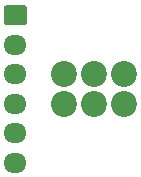
<source format=gbl>
G04 #@! TF.GenerationSoftware,KiCad,Pcbnew,(5.1.4)-1*
G04 #@! TF.CreationDate,2019-12-18T15:45:31+05:30*
G04 #@! TF.ProjectId,pogo connector pcb,706f676f-2063-46f6-9e6e-6563746f7220,rev?*
G04 #@! TF.SameCoordinates,Original*
G04 #@! TF.FileFunction,Copper,L2,Bot*
G04 #@! TF.FilePolarity,Positive*
%FSLAX46Y46*%
G04 Gerber Fmt 4.6, Leading zero omitted, Abs format (unit mm)*
G04 Created by KiCad (PCBNEW (5.1.4)-1) date 2019-12-18 15:45:31*
%MOMM*%
%LPD*%
G04 APERTURE LIST*
%ADD10C,0.100000*%
%ADD11C,1.700000*%
%ADD12O,1.950000X1.700000*%
%ADD13C,2.200000*%
G04 APERTURE END LIST*
D10*
G36*
X11199504Y-9951204D02*
G01*
X11223773Y-9954804D01*
X11247571Y-9960765D01*
X11270671Y-9969030D01*
X11292849Y-9979520D01*
X11313893Y-9992133D01*
X11333598Y-10006747D01*
X11351777Y-10023223D01*
X11368253Y-10041402D01*
X11382867Y-10061107D01*
X11395480Y-10082151D01*
X11405970Y-10104329D01*
X11414235Y-10127429D01*
X11420196Y-10151227D01*
X11423796Y-10175496D01*
X11425000Y-10200000D01*
X11425000Y-11400000D01*
X11423796Y-11424504D01*
X11420196Y-11448773D01*
X11414235Y-11472571D01*
X11405970Y-11495671D01*
X11395480Y-11517849D01*
X11382867Y-11538893D01*
X11368253Y-11558598D01*
X11351777Y-11576777D01*
X11333598Y-11593253D01*
X11313893Y-11607867D01*
X11292849Y-11620480D01*
X11270671Y-11630970D01*
X11247571Y-11639235D01*
X11223773Y-11645196D01*
X11199504Y-11648796D01*
X11175000Y-11650000D01*
X9725000Y-11650000D01*
X9700496Y-11648796D01*
X9676227Y-11645196D01*
X9652429Y-11639235D01*
X9629329Y-11630970D01*
X9607151Y-11620480D01*
X9586107Y-11607867D01*
X9566402Y-11593253D01*
X9548223Y-11576777D01*
X9531747Y-11558598D01*
X9517133Y-11538893D01*
X9504520Y-11517849D01*
X9494030Y-11495671D01*
X9485765Y-11472571D01*
X9479804Y-11448773D01*
X9476204Y-11424504D01*
X9475000Y-11400000D01*
X9475000Y-10200000D01*
X9476204Y-10175496D01*
X9479804Y-10151227D01*
X9485765Y-10127429D01*
X9494030Y-10104329D01*
X9504520Y-10082151D01*
X9517133Y-10061107D01*
X9531747Y-10041402D01*
X9548223Y-10023223D01*
X9566402Y-10006747D01*
X9586107Y-9992133D01*
X9607151Y-9979520D01*
X9629329Y-9969030D01*
X9652429Y-9960765D01*
X9676227Y-9954804D01*
X9700496Y-9951204D01*
X9725000Y-9950000D01*
X11175000Y-9950000D01*
X11199504Y-9951204D01*
X11199504Y-9951204D01*
G37*
D11*
X10450000Y-10800000D03*
D12*
X10450000Y-13300000D03*
X10450000Y-15800000D03*
X10450000Y-18300000D03*
X10450000Y-20800000D03*
X10450000Y-23300000D03*
D13*
X19680000Y-15760000D03*
X19680000Y-18300000D03*
X17140000Y-15760000D03*
X17140000Y-18300000D03*
X14600000Y-15760000D03*
X14600000Y-18300000D03*
M02*

</source>
